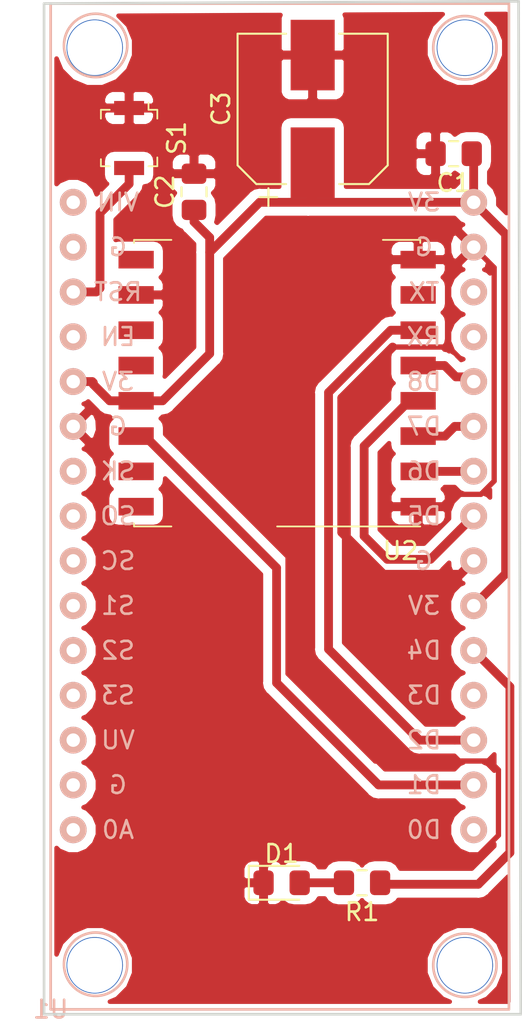
<source format=kicad_pcb>
(kicad_pcb (version 20171130) (host pcbnew "(5.0.0)")

  (general
    (thickness 1.6)
    (drawings 4)
    (tracks 88)
    (zones 0)
    (modules 8)
    (nets 33)
  )

  (page A4)
  (layers
    (0 F.Cu signal)
    (31 B.Cu signal)
    (32 B.Adhes user)
    (33 F.Adhes user)
    (34 B.Paste user)
    (35 F.Paste user)
    (36 B.SilkS user)
    (37 F.SilkS user)
    (38 B.Mask user)
    (39 F.Mask user)
    (40 Dwgs.User user)
    (41 Cmts.User user)
    (42 Eco1.User user)
    (43 Eco2.User user)
    (44 Edge.Cuts user)
    (45 Margin user)
    (46 B.CrtYd user)
    (47 F.CrtYd user)
    (48 B.Fab user)
    (49 F.Fab user)
  )

  (setup
    (last_trace_width 0.5)
    (trace_clearance 0.25)
    (zone_clearance 0.508)
    (zone_45_only no)
    (trace_min 0.2)
    (segment_width 0.2)
    (edge_width 0.15)
    (via_size 2)
    (via_drill 0.8)
    (via_min_size 0.4)
    (via_min_drill 0.3)
    (uvia_size 0.3)
    (uvia_drill 0.1)
    (uvias_allowed no)
    (uvia_min_size 0.2)
    (uvia_min_drill 0.1)
    (pcb_text_width 0.3)
    (pcb_text_size 1.5 1.5)
    (mod_edge_width 0.15)
    (mod_text_size 1 1)
    (mod_text_width 0.15)
    (pad_size 1.524 1.524)
    (pad_drill 0.762)
    (pad_to_mask_clearance 0.2)
    (aux_axis_origin 116.459 106.68)
    (visible_elements FFFFE77F)
    (pcbplotparams
      (layerselection 0x01000_7fffffff)
      (usegerberextensions false)
      (usegerberattributes false)
      (usegerberadvancedattributes false)
      (creategerberjobfile false)
      (excludeedgelayer true)
      (linewidth 0.100000)
      (plotframeref false)
      (viasonmask false)
      (mode 1)
      (useauxorigin true)
      (hpglpennumber 1)
      (hpglpenspeed 20)
      (hpglpendiameter 15.000000)
      (psnegative false)
      (psa4output false)
      (plotreference true)
      (plotvalue true)
      (plotinvisibletext false)
      (padsonsilk false)
      (subtractmaskfromsilk false)
      (outputformat 1)
      (mirror false)
      (drillshape 0)
      (scaleselection 1)
      (outputdirectory ""))
  )

  (net 0 "")
  (net 1 GND)
  (net 2 "Net-(S1-Pad2)")
  (net 3 "Net-(R1-Pad1)")
  (net 4 "Net-(D1-Pad2)")
  (net 5 MISO)
  (net 6 MOSI)
  (net 7 SCK)
  (net 8 CS)
  (net 9 RESET)
  (net 10 "Net-(U2-Pad7)")
  (net 11 "Net-(U2-Pad9)")
  (net 12 "Net-(U2-Pad11)")
  (net 13 "Net-(U2-Pad12)")
  (net 14 VCC)
  (net 15 INT)
  (net 16 "Net-(U2-Pad15)")
  (net 17 "Net-(U2-Pad16)")
  (net 18 "Net-(U1-Pad1)")
  (net 19 "Net-(U1-Pad2)")
  (net 20 "Net-(U1-Pad3)")
  (net 21 "Net-(U1-Pad4)")
  (net 22 "Net-(U1-Pad5)")
  (net 23 "Net-(U1-Pad6)")
  (net 24 "Net-(U1-Pad7)")
  (net 25 "Net-(U1-Pad8)")
  (net 26 "Net-(U1-Pad9)")
  (net 27 "Net-(U1-Pad12)")
  (net 28 "Net-(U1-Pad15)")
  (net 29 "Net-(U1-Pad18)")
  (net 30 "Net-(U1-Pad19)")
  (net 31 "Net-(U1-Pad27)")
  (net 32 "Net-(U1-Pad30)")

  (net_class Default "This is the default net class."
    (clearance 0.25)
    (trace_width 0.5)
    (via_dia 2)
    (via_drill 0.8)
    (uvia_dia 0.3)
    (uvia_drill 0.1)
    (add_net CS)
    (add_net GND)
    (add_net INT)
    (add_net MISO)
    (add_net MOSI)
    (add_net "Net-(D1-Pad2)")
    (add_net "Net-(R1-Pad1)")
    (add_net "Net-(S1-Pad2)")
    (add_net "Net-(U1-Pad1)")
    (add_net "Net-(U1-Pad12)")
    (add_net "Net-(U1-Pad15)")
    (add_net "Net-(U1-Pad18)")
    (add_net "Net-(U1-Pad19)")
    (add_net "Net-(U1-Pad2)")
    (add_net "Net-(U1-Pad27)")
    (add_net "Net-(U1-Pad3)")
    (add_net "Net-(U1-Pad30)")
    (add_net "Net-(U1-Pad4)")
    (add_net "Net-(U1-Pad5)")
    (add_net "Net-(U1-Pad6)")
    (add_net "Net-(U1-Pad7)")
    (add_net "Net-(U1-Pad8)")
    (add_net "Net-(U1-Pad9)")
    (add_net "Net-(U2-Pad11)")
    (add_net "Net-(U2-Pad12)")
    (add_net "Net-(U2-Pad15)")
    (add_net "Net-(U2-Pad16)")
    (add_net "Net-(U2-Pad7)")
    (add_net "Net-(U2-Pad9)")
    (add_net RESET)
    (add_net SCK)
    (add_net VCC)
  )

  (module ESP8266:NodeMCU-LoLinV3 (layer B.Cu) (tedit 5B675141) (tstamp 5B73C79A)
    (at 116.83492 106.40568)
    (path /5B67006C)
    (fp_text reference U1 (at 0 0) (layer B.SilkS)
      (effects (font (size 1 1) (thickness 0.15)) (justify mirror))
    )
    (fp_text value "NodeMCU_1.0_(ESP-12E)" (at -2.02692 -19.02968 90) (layer B.Fab)
      (effects (font (size 1 1) (thickness 0.15)) (justify mirror))
    )
    (fp_line (start 26 -57) (end 26 0) (layer B.SilkS) (width 0.15))
    (fp_line (start 0 -57) (end 26 -57) (layer B.SilkS) (width 0.15))
    (fp_line (start 0 0) (end 0 -57) (layer B.SilkS) (width 0.15))
    (fp_line (start 0.5 0) (end 0 0) (layer B.SilkS) (width 0.15))
    (fp_line (start 26 0) (end 0.5 0) (layer B.SilkS) (width 0.15))
    (fp_circle (center 23.5 -2.5) (end 24.77 -1.23) (layer B.SilkS) (width 0.15))
    (fp_circle (center 2.55 -2.56) (end 3.82 -1.29) (layer B.SilkS) (width 0.15))
    (fp_circle (center 2.55 -54.63) (end 3.82 -53.36) (layer B.SilkS) (width 0.15))
    (fp_circle (center 23.5 -54.5) (end 24.77 -53.23) (layer B.SilkS) (width 0.15))
    (fp_text user D0 (at 21.18 -10.18) (layer B.SilkS)
      (effects (font (size 1 1) (thickness 0.15)) (justify mirror))
    )
    (fp_text user D1 (at 21.18 -12.72) (layer B.SilkS)
      (effects (font (size 1 1) (thickness 0.15)) (justify mirror))
    )
    (fp_text user D2 (at 21.18 -15.26) (layer B.SilkS)
      (effects (font (size 1 1) (thickness 0.15)) (justify mirror))
    )
    (fp_text user D3 (at 21.18 -17.8) (layer B.SilkS)
      (effects (font (size 1 1) (thickness 0.15)) (justify mirror))
    )
    (fp_text user D4 (at 21.18 -20.34) (layer B.SilkS)
      (effects (font (size 1 1) (thickness 0.15)) (justify mirror))
    )
    (fp_text user 3V (at 21.18 -22.88) (layer B.SilkS)
      (effects (font (size 1 1) (thickness 0.15)) (justify mirror))
    )
    (fp_text user G (at 21.18 -25.42) (layer B.SilkS)
      (effects (font (size 1 1) (thickness 0.15)) (justify mirror))
    )
    (fp_text user D5 (at 21.18 -27.96) (layer B.SilkS)
      (effects (font (size 1 1) (thickness 0.15)) (justify mirror))
    )
    (fp_text user D6 (at 21.18 -30.5) (layer B.SilkS)
      (effects (font (size 1 1) (thickness 0.15)) (justify mirror))
    )
    (fp_text user D7 (at 21.18 -33.04) (layer B.SilkS)
      (effects (font (size 1 1) (thickness 0.15)) (justify mirror))
    )
    (fp_text user D8 (at 21.18 -35.58) (layer B.SilkS)
      (effects (font (size 1 1) (thickness 0.15)) (justify mirror))
    )
    (fp_text user RX (at 21.18 -38.12) (layer B.SilkS)
      (effects (font (size 1 1) (thickness 0.15)) (justify mirror))
    )
    (fp_text user TX (at 21.18 -40.66) (layer B.SilkS)
      (effects (font (size 1 1) (thickness 0.15)) (justify mirror))
    )
    (fp_text user G (at 21.18 -43.2) (layer B.SilkS)
      (effects (font (size 1 1) (thickness 0.15)) (justify mirror))
    )
    (fp_text user 3V (at 21.18 -45.74) (layer B.SilkS)
      (effects (font (size 1 1) (thickness 0.15)) (justify mirror))
    )
    (fp_text user A0 (at 3.82 -10.18) (layer B.SilkS)
      (effects (font (size 1 1) (thickness 0.15)) (justify mirror))
    )
    (fp_text user G (at 3.82 -12.72) (layer B.SilkS)
      (effects (font (size 1 1) (thickness 0.15)) (justify mirror))
    )
    (fp_text user VU (at 3.82 -15.26) (layer B.SilkS)
      (effects (font (size 1 1) (thickness 0.15)) (justify mirror))
    )
    (fp_text user S3 (at 3.82 -17.8) (layer B.SilkS)
      (effects (font (size 1 1) (thickness 0.15)) (justify mirror))
    )
    (fp_text user S2 (at 3.82 -20.34) (layer B.SilkS)
      (effects (font (size 1 1) (thickness 0.15)) (justify mirror))
    )
    (fp_text user S1 (at 3.82 -22.88) (layer B.SilkS)
      (effects (font (size 1 1) (thickness 0.15)) (justify mirror))
    )
    (fp_text user SC (at 3.82 -25.42) (layer B.SilkS)
      (effects (font (size 1 1) (thickness 0.15)) (justify mirror))
    )
    (fp_text user SO (at 3.82 -27.96) (layer B.SilkS)
      (effects (font (size 1 1) (thickness 0.15)) (justify mirror))
    )
    (fp_text user SK (at 3.82 -30.5) (layer B.SilkS)
      (effects (font (size 1 1) (thickness 0.15)) (justify mirror))
    )
    (fp_text user G (at 3.82 -33.04) (layer B.SilkS)
      (effects (font (size 1 1) (thickness 0.15)) (justify mirror))
    )
    (fp_text user 3V (at 3.82 -35.58) (layer B.SilkS)
      (effects (font (size 1 1) (thickness 0.15)) (justify mirror))
    )
    (fp_text user EN (at 3.82 -38.12) (layer B.SilkS)
      (effects (font (size 1 1) (thickness 0.15)) (justify mirror))
    )
    (fp_text user RST (at 3.82 -40.66) (layer B.SilkS)
      (effects (font (size 1 1) (thickness 0.15)) (justify mirror))
    )
    (fp_text user G (at 3.82 -43.2) (layer B.SilkS)
      (effects (font (size 1 1) (thickness 0.15)) (justify mirror))
    )
    (fp_text user VIN (at 3.82 -45.74) (layer B.SilkS)
      (effects (font (size 1 1) (thickness 0.15)) (justify mirror))
    )
    (pad "" np_thru_hole circle (at 2.5 -54.5) (size 3.2 3.2) (drill 3.1) (layers *.Cu *.Mask))
    (pad "" np_thru_hole circle (at 23.5 -54.5) (size 3.2 3.2) (drill 3.1) (layers *.Cu *.Mask))
    (pad "" np_thru_hole circle (at 2.5 -2.5) (size 3.2 3.2) (drill 3.1) (layers *.Cu *.Mask))
    (pad "" np_thru_hole circle (at 23.5 -2.5) (size 3.2 3.2) (drill 3.1) (layers *.Cu *.Mask))
    (pad 30 thru_hole circle (at 24 -10.18) (size 1.524 1.524) (drill 0.762) (layers *.Cu *.Mask B.SilkS)
      (net 32 "Net-(U1-Pad30)"))
    (pad 29 thru_hole circle (at 24 -12.72) (size 1.524 1.524) (drill 0.762) (layers *.Cu *.Mask B.SilkS)
      (net 15 INT))
    (pad 28 thru_hole circle (at 24 -15.26) (size 1.524 1.524) (drill 0.762) (layers *.Cu *.Mask B.SilkS)
      (net 9 RESET))
    (pad 27 thru_hole circle (at 24 -17.8) (size 1.524 1.524) (drill 0.762) (layers *.Cu *.Mask B.SilkS)
      (net 31 "Net-(U1-Pad27)"))
    (pad 26 thru_hole circle (at 24 -20.34) (size 1.524 1.524) (drill 0.762) (layers *.Cu *.Mask B.SilkS)
      (net 3 "Net-(R1-Pad1)"))
    (pad 25 thru_hole circle (at 24 -22.88) (size 1.524 1.524) (drill 0.762) (layers *.Cu *.Mask B.SilkS)
      (net 14 VCC))
    (pad 24 thru_hole circle (at 24 -25.42) (size 1.524 1.524) (drill 0.762) (layers *.Cu *.Mask B.SilkS)
      (net 1 GND))
    (pad 23 thru_hole circle (at 24 -27.96) (size 1.524 1.524) (drill 0.762) (layers *.Cu *.Mask B.SilkS)
      (net 7 SCK))
    (pad 22 thru_hole circle (at 24 -30.5) (size 1.524 1.524) (drill 0.762) (layers *.Cu *.Mask B.SilkS)
      (net 5 MISO))
    (pad 21 thru_hole circle (at 24 -33.04) (size 1.524 1.524) (drill 0.762) (layers *.Cu *.Mask B.SilkS)
      (net 6 MOSI))
    (pad 20 thru_hole circle (at 24 -35.58) (size 1.524 1.524) (drill 0.762) (layers *.Cu *.Mask B.SilkS)
      (net 8 CS))
    (pad 19 thru_hole circle (at 24 -38.12) (size 1.524 1.524) (drill 0.762) (layers *.Cu *.Mask B.SilkS)
      (net 30 "Net-(U1-Pad19)"))
    (pad 18 thru_hole circle (at 24 -40.66) (size 1.524 1.524) (drill 0.762) (layers *.Cu *.Mask B.SilkS)
      (net 29 "Net-(U1-Pad18)"))
    (pad 17 thru_hole circle (at 24 -43.2) (size 1.524 1.524) (drill 0.762) (layers *.Cu *.Mask B.SilkS)
      (net 1 GND))
    (pad 16 thru_hole circle (at 24 -45.74) (size 1.524 1.524) (drill 0.762) (layers *.Cu *.Mask B.SilkS)
      (net 14 VCC))
    (pad 15 thru_hole circle (at 1.28 -45.74) (size 1.524 1.524) (drill 0.762) (layers *.Cu *.Mask B.SilkS)
      (net 28 "Net-(U1-Pad15)"))
    (pad 14 thru_hole circle (at 1.28 -43.2) (size 1.524 1.524) (drill 0.762) (layers *.Cu *.Mask B.SilkS)
      (net 1 GND))
    (pad 13 thru_hole circle (at 1.28 -40.66) (size 1.524 1.524) (drill 0.762) (layers *.Cu *.Mask B.SilkS)
      (net 2 "Net-(S1-Pad2)"))
    (pad 12 thru_hole circle (at 1.28 -38.12) (size 1.524 1.524) (drill 0.762) (layers *.Cu *.Mask B.SilkS)
      (net 27 "Net-(U1-Pad12)"))
    (pad 11 thru_hole circle (at 1.28 -35.58) (size 1.524 1.524) (drill 0.762) (layers *.Cu *.Mask B.SilkS)
      (net 14 VCC))
    (pad 10 thru_hole circle (at 1.28 -33.04) (size 1.524 1.524) (drill 0.762) (layers *.Cu *.Mask B.SilkS)
      (net 1 GND))
    (pad 9 thru_hole circle (at 1.28 -30.5) (size 1.524 1.524) (drill 0.762) (layers *.Cu *.Mask B.SilkS)
      (net 26 "Net-(U1-Pad9)"))
    (pad 8 thru_hole circle (at 1.28 -27.96) (size 1.524 1.524) (drill 0.762) (layers *.Cu *.Mask B.SilkS)
      (net 25 "Net-(U1-Pad8)"))
    (pad 7 thru_hole circle (at 1.28 -25.42) (size 1.524 1.524) (drill 0.762) (layers *.Cu *.Mask B.SilkS)
      (net 24 "Net-(U1-Pad7)"))
    (pad 6 thru_hole circle (at 1.28 -22.88) (size 1.524 1.524) (drill 0.762) (layers *.Cu *.Mask B.SilkS)
      (net 23 "Net-(U1-Pad6)"))
    (pad 5 thru_hole circle (at 1.28 -20.34) (size 1.524 1.524) (drill 0.762) (layers *.Cu *.Mask B.SilkS)
      (net 22 "Net-(U1-Pad5)"))
    (pad 4 thru_hole circle (at 1.28 -17.8) (size 1.524 1.524) (drill 0.762) (layers *.Cu *.Mask B.SilkS)
      (net 21 "Net-(U1-Pad4)"))
    (pad 3 thru_hole circle (at 1.28 -15.26) (size 1.524 1.524) (drill 0.762) (layers *.Cu *.Mask B.SilkS)
      (net 20 "Net-(U1-Pad3)"))
    (pad 2 thru_hole circle (at 1.28 -12.72) (size 1.524 1.524) (drill 0.762) (layers *.Cu *.Mask B.SilkS)
      (net 19 "Net-(U1-Pad2)"))
    (pad 1 thru_hole circle (at 1.28 -10.18) (size 1.524 1.524) (drill 0.762) (layers *.Cu *.Mask B.SilkS)
      (net 18 "Net-(U1-Pad1)"))
  )

  (module Capacitor_SMD:CP_Elec_8x6.7 (layer F.Cu) (tedit 5B3026A2) (tstamp 5B73A903)
    (at 131.699 55.372 90)
    (descr "SMT capacitor, aluminium electrolytic, 8x6.7, United Chemi-Con ")
    (tags "Capacitor Electrolytic")
    (path /5B67011D)
    (attr smd)
    (fp_text reference C3 (at 0 -5.2 90) (layer F.SilkS)
      (effects (font (size 1 1) (thickness 0.15)))
    )
    (fp_text value CP (at 0 5.2 90) (layer F.Fab)
      (effects (font (size 1 1) (thickness 0.15)))
    )
    (fp_circle (center 0 0) (end 4 0) (layer F.Fab) (width 0.1))
    (fp_line (start 4.15 -4.15) (end 4.15 4.15) (layer F.Fab) (width 0.1))
    (fp_line (start -3.15 -4.15) (end 4.15 -4.15) (layer F.Fab) (width 0.1))
    (fp_line (start -3.15 4.15) (end 4.15 4.15) (layer F.Fab) (width 0.1))
    (fp_line (start -4.15 -3.15) (end -4.15 3.15) (layer F.Fab) (width 0.1))
    (fp_line (start -4.15 -3.15) (end -3.15 -4.15) (layer F.Fab) (width 0.1))
    (fp_line (start -4.15 3.15) (end -3.15 4.15) (layer F.Fab) (width 0.1))
    (fp_line (start -3.562278 -1.5) (end -2.762278 -1.5) (layer F.Fab) (width 0.1))
    (fp_line (start -3.162278 -1.9) (end -3.162278 -1.1) (layer F.Fab) (width 0.1))
    (fp_line (start 4.26 4.26) (end 4.26 1.51) (layer F.SilkS) (width 0.12))
    (fp_line (start 4.26 -4.26) (end 4.26 -1.51) (layer F.SilkS) (width 0.12))
    (fp_line (start -3.195563 -4.26) (end 4.26 -4.26) (layer F.SilkS) (width 0.12))
    (fp_line (start -3.195563 4.26) (end 4.26 4.26) (layer F.SilkS) (width 0.12))
    (fp_line (start -4.26 3.195563) (end -4.26 1.51) (layer F.SilkS) (width 0.12))
    (fp_line (start -4.26 -3.195563) (end -4.26 -1.51) (layer F.SilkS) (width 0.12))
    (fp_line (start -4.26 -3.195563) (end -3.195563 -4.26) (layer F.SilkS) (width 0.12))
    (fp_line (start -4.26 3.195563) (end -3.195563 4.26) (layer F.SilkS) (width 0.12))
    (fp_line (start -5.5 -2.51) (end -4.5 -2.51) (layer F.SilkS) (width 0.12))
    (fp_line (start -5 -3.01) (end -5 -2.01) (layer F.SilkS) (width 0.12))
    (fp_line (start 4.4 -4.4) (end 4.4 -1.5) (layer F.CrtYd) (width 0.05))
    (fp_line (start 4.4 -1.5) (end 5.3 -1.5) (layer F.CrtYd) (width 0.05))
    (fp_line (start 5.3 -1.5) (end 5.3 1.5) (layer F.CrtYd) (width 0.05))
    (fp_line (start 5.3 1.5) (end 4.4 1.5) (layer F.CrtYd) (width 0.05))
    (fp_line (start 4.4 1.5) (end 4.4 4.4) (layer F.CrtYd) (width 0.05))
    (fp_line (start -3.25 4.4) (end 4.4 4.4) (layer F.CrtYd) (width 0.05))
    (fp_line (start -3.25 -4.4) (end 4.4 -4.4) (layer F.CrtYd) (width 0.05))
    (fp_line (start -4.4 3.25) (end -3.25 4.4) (layer F.CrtYd) (width 0.05))
    (fp_line (start -4.4 -3.25) (end -3.25 -4.4) (layer F.CrtYd) (width 0.05))
    (fp_line (start -4.4 -3.25) (end -4.4 -1.5) (layer F.CrtYd) (width 0.05))
    (fp_line (start -4.4 1.5) (end -4.4 3.25) (layer F.CrtYd) (width 0.05))
    (fp_line (start -4.4 -1.5) (end -5.3 -1.5) (layer F.CrtYd) (width 0.05))
    (fp_line (start -5.3 -1.5) (end -5.3 1.5) (layer F.CrtYd) (width 0.05))
    (fp_line (start -5.3 1.5) (end -4.4 1.5) (layer F.CrtYd) (width 0.05))
    (fp_text user %R (at 0.127 0.30988 270) (layer F.Fab)
      (effects (font (size 1 1) (thickness 0.15)))
    )
    (pad 1 smd rect (at -3.05 0 90) (size 4 2.5) (layers F.Cu F.Paste F.Mask)
      (net 14 VCC))
    (pad 2 smd rect (at 3.05 0 90) (size 4 2.5) (layers F.Cu F.Paste F.Mask)
      (net 1 GND))
    (model ${KISYS3DMOD}/Capacitor_SMD.3dshapes/CP_Elec_8x6.7.wrl
      (at (xyz 0 0 0))
      (scale (xyz 1 1 1))
      (rotate (xyz 0 0 0))
    )
  )

  (module Capacitor_SMD:C_0805_2012Metric_Pad1.15x1.40mm_HandSolder (layer F.Cu) (tedit 5B36C52B) (tstamp 5B73A8DB)
    (at 124.968 60.071 90)
    (descr "Capacitor SMD 0805 (2012 Metric), square (rectangular) end terminal, IPC_7351 nominal with elongated pad for handsoldering. (Body size source: https://docs.google.com/spreadsheets/d/1BsfQQcO9C6DZCsRaXUlFlo91Tg2WpOkGARC1WS5S8t0/edit?usp=sharing), generated with kicad-footprint-generator")
    (tags "capacitor handsolder")
    (path /5B6705C1)
    (attr smd)
    (fp_text reference C2 (at 0 -1.65 90) (layer F.SilkS)
      (effects (font (size 1 1) (thickness 0.15)))
    )
    (fp_text value C (at 0 1.65 90) (layer F.Fab)
      (effects (font (size 1 1) (thickness 0.15)))
    )
    (fp_text user %R (at -3.801 0 90) (layer F.Fab)
      (effects (font (size 0.5 0.5) (thickness 0.08)))
    )
    (fp_line (start 1.85 0.95) (end -1.85 0.95) (layer F.CrtYd) (width 0.05))
    (fp_line (start 1.85 -0.95) (end 1.85 0.95) (layer F.CrtYd) (width 0.05))
    (fp_line (start -1.85 -0.95) (end 1.85 -0.95) (layer F.CrtYd) (width 0.05))
    (fp_line (start -1.85 0.95) (end -1.85 -0.95) (layer F.CrtYd) (width 0.05))
    (fp_line (start -0.261252 0.71) (end 0.261252 0.71) (layer F.SilkS) (width 0.12))
    (fp_line (start -0.261252 -0.71) (end 0.261252 -0.71) (layer F.SilkS) (width 0.12))
    (fp_line (start 1 0.6) (end -1 0.6) (layer F.Fab) (width 0.1))
    (fp_line (start 1 -0.6) (end 1 0.6) (layer F.Fab) (width 0.1))
    (fp_line (start -1 -0.6) (end 1 -0.6) (layer F.Fab) (width 0.1))
    (fp_line (start -1 0.6) (end -1 -0.6) (layer F.Fab) (width 0.1))
    (pad 2 smd roundrect (at 1.025 0 90) (size 1.15 1.4) (layers F.Cu F.Paste F.Mask) (roundrect_rratio 0.217391)
      (net 1 GND))
    (pad 1 smd roundrect (at -1.025 0 90) (size 1.15 1.4) (layers F.Cu F.Paste F.Mask) (roundrect_rratio 0.217391)
      (net 14 VCC))
    (model ${KISYS3DMOD}/Capacitor_SMD.3dshapes/C_0805_2012Metric.wrl
      (at (xyz 0 0 0))
      (scale (xyz 1 1 1))
      (rotate (xyz 0 0 0))
    )
  )

  (module Capacitor_SMD:C_0805_2012Metric_Pad1.15x1.40mm_HandSolder (layer F.Cu) (tedit 5B36C52B) (tstamp 5B73A8CA)
    (at 139.7 57.912 180)
    (descr "Capacitor SMD 0805 (2012 Metric), square (rectangular) end terminal, IPC_7351 nominal with elongated pad for handsoldering. (Body size source: https://docs.google.com/spreadsheets/d/1BsfQQcO9C6DZCsRaXUlFlo91Tg2WpOkGARC1WS5S8t0/edit?usp=sharing), generated with kicad-footprint-generator")
    (tags "capacitor handsolder")
    (path /5B670164)
    (attr smd)
    (fp_text reference C1 (at 0 -1.65 180) (layer F.SilkS)
      (effects (font (size 1 1) (thickness 0.15)))
    )
    (fp_text value C (at 0 1.65 180) (layer F.Fab)
      (effects (font (size 1 1) (thickness 0.15)))
    )
    (fp_line (start -1 0.6) (end -1 -0.6) (layer F.Fab) (width 0.1))
    (fp_line (start -1 -0.6) (end 1 -0.6) (layer F.Fab) (width 0.1))
    (fp_line (start 1 -0.6) (end 1 0.6) (layer F.Fab) (width 0.1))
    (fp_line (start 1 0.6) (end -1 0.6) (layer F.Fab) (width 0.1))
    (fp_line (start -0.261252 -0.71) (end 0.261252 -0.71) (layer F.SilkS) (width 0.12))
    (fp_line (start -0.261252 0.71) (end 0.261252 0.71) (layer F.SilkS) (width 0.12))
    (fp_line (start -1.85 0.95) (end -1.85 -0.95) (layer F.CrtYd) (width 0.05))
    (fp_line (start -1.85 -0.95) (end 1.85 -0.95) (layer F.CrtYd) (width 0.05))
    (fp_line (start 1.85 -0.95) (end 1.85 0.95) (layer F.CrtYd) (width 0.05))
    (fp_line (start 1.85 0.95) (end -1.85 0.95) (layer F.CrtYd) (width 0.05))
    (fp_text user %R (at 0.76708 0.32512 180) (layer F.Fab)
      (effects (font (size 0.5 0.5) (thickness 0.08)))
    )
    (pad 1 smd roundrect (at -1.025 0 180) (size 1.15 1.4) (layers F.Cu F.Paste F.Mask) (roundrect_rratio 0.217391)
      (net 14 VCC))
    (pad 2 smd roundrect (at 1.025 0 180) (size 1.15 1.4) (layers F.Cu F.Paste F.Mask) (roundrect_rratio 0.217391)
      (net 1 GND))
    (model ${KISYS3DMOD}/Capacitor_SMD.3dshapes/C_0805_2012Metric.wrl
      (at (xyz 0 0 0))
      (scale (xyz 1 1 1))
      (rotate (xyz 0 0 0))
    )
  )

  (module LED_SMD:LED_0805_2012Metric_Pad1.15x1.40mm_HandSolder (layer F.Cu) (tedit 5B4B45C9) (tstamp 5B73A863)
    (at 129.937539 99.231756)
    (descr "LED SMD 0805 (2012 Metric), square (rectangular) end terminal, IPC_7351 nominal, (Body size source: https://docs.google.com/spreadsheets/d/1BsfQQcO9C6DZCsRaXUlFlo91Tg2WpOkGARC1WS5S8t0/edit?usp=sharing), generated with kicad-footprint-generator")
    (tags "LED handsolder")
    (path /5B6701BA)
    (attr smd)
    (fp_text reference D1 (at 0 -1.65) (layer F.SilkS)
      (effects (font (size 1 1) (thickness 0.15)))
    )
    (fp_text value LED (at 0 1.65) (layer F.Fab)
      (effects (font (size 1 1) (thickness 0.15)))
    )
    (fp_line (start 1 -0.6) (end -0.7 -0.6) (layer F.Fab) (width 0.1))
    (fp_line (start -0.7 -0.6) (end -1 -0.3) (layer F.Fab) (width 0.1))
    (fp_line (start -1 -0.3) (end -1 0.6) (layer F.Fab) (width 0.1))
    (fp_line (start -1 0.6) (end 1 0.6) (layer F.Fab) (width 0.1))
    (fp_line (start 1 0.6) (end 1 -0.6) (layer F.Fab) (width 0.1))
    (fp_line (start 1 -0.96) (end -1.86 -0.96) (layer F.SilkS) (width 0.12))
    (fp_line (start -1.86 -0.96) (end -1.86 0.96) (layer F.SilkS) (width 0.12))
    (fp_line (start -1.86 0.96) (end 1 0.96) (layer F.SilkS) (width 0.12))
    (fp_line (start -1.85 0.95) (end -1.85 -0.95) (layer F.CrtYd) (width 0.05))
    (fp_line (start -1.85 -0.95) (end 1.85 -0.95) (layer F.CrtYd) (width 0.05))
    (fp_line (start 1.85 -0.95) (end 1.85 0.95) (layer F.CrtYd) (width 0.05))
    (fp_line (start 1.85 0.95) (end -1.85 0.95) (layer F.CrtYd) (width 0.05))
    (fp_text user %R (at -0.700001 -1.782001) (layer F.Fab)
      (effects (font (size 0.5 0.5) (thickness 0.08)))
    )
    (pad 1 smd roundrect (at -1.025 0) (size 1.15 1.4) (layers F.Cu F.Paste F.Mask) (roundrect_rratio 0.217391)
      (net 1 GND))
    (pad 2 smd roundrect (at 1.025 0) (size 1.15 1.4) (layers F.Cu F.Paste F.Mask) (roundrect_rratio 0.217391)
      (net 4 "Net-(D1-Pad2)"))
    (model ${KISYS3DMOD}/LED_SMD.3dshapes/LED_0805_2012Metric.wrl
      (at (xyz 0 0 0))
      (scale (xyz 1 1 1))
      (rotate (xyz 0 0 0))
    )
  )

  (module RF_Module:HOPERF_RFM9XW_SMD (layer F.Cu) (tedit 5A030172) (tstamp 5B73A850)
    (at 129.68324 70.91604 180)
    (descr " Low Power Long Range Transceiver Module SMD-16 http://www.hoperf.com/upload/rf/RFM95_96_97_98W.pdf")
    (tags " Low Power Long Range Transceiver Module")
    (path /5B6702FD)
    (attr smd)
    (fp_text reference U2 (at -7 -9.5 180) (layer F.SilkS)
      (effects (font (size 1 1) (thickness 0.15)))
    )
    (fp_text value RFM95W-868S2 (at 0 9.5 180) (layer F.Fab)
      (effects (font (size 1 1) (thickness 0.15)))
    )
    (fp_line (start -8 -8) (end 8 -8) (layer F.Fab) (width 0.12))
    (fp_line (start 8 8) (end 8 -8) (layer F.Fab) (width 0.12))
    (fp_line (start -8 8) (end 8 8) (layer F.Fab) (width 0.12))
    (fp_line (start -8 8) (end -8 -8) (layer F.Fab) (width 0.12))
    (fp_text user %R (at 0 0 180) (layer F.Fab)
      (effects (font (size 1 1) (thickness 0.15)))
    )
    (fp_line (start -8.12 -8.12) (end 0 -8.12) (layer F.SilkS) (width 0.1))
    (fp_line (start 6 8.12) (end 8.12 8.12) (layer F.SilkS) (width 0.1))
    (fp_line (start -9.45 -8.25) (end 9.45 -8.25) (layer F.CrtYd) (width 0.05))
    (fp_line (start 9.45 -8.25) (end 9.45 8.25) (layer F.CrtYd) (width 0.05))
    (fp_line (start -9.45 8.25) (end 9.45 8.25) (layer F.CrtYd) (width 0.05))
    (fp_line (start -9.45 8.25) (end -9.45 -8.25) (layer F.CrtYd) (width 0.05))
    (fp_line (start 8.12 8.12) (end 8.12 7.95) (layer F.SilkS) (width 0.1))
    (fp_line (start -8.12 8.12) (end -6 8.12) (layer F.SilkS) (width 0.1))
    (fp_line (start -8.12 8.12) (end -8.12 7.95) (layer F.SilkS) (width 0.1))
    (fp_line (start 6 -8.12) (end 8.12 -8.12) (layer F.SilkS) (width 0.1))
    (fp_line (start 8.12 -8.12) (end 8.12 -7.95) (layer F.SilkS) (width 0.1))
    (pad 1 smd rect (at -8 -7 180) (size 2 1) (layers F.Cu F.Paste F.Mask)
      (net 1 GND))
    (pad 2 smd rect (at -8 -5 180) (size 2 1) (layers F.Cu F.Paste F.Mask)
      (net 5 MISO))
    (pad 3 smd rect (at -8 -3 180) (size 2 1) (layers F.Cu F.Paste F.Mask)
      (net 6 MOSI))
    (pad 4 smd rect (at -8 -1 180) (size 2 1) (layers F.Cu F.Paste F.Mask)
      (net 7 SCK))
    (pad 5 smd rect (at -8 1 180) (size 2 1) (layers F.Cu F.Paste F.Mask)
      (net 8 CS))
    (pad 6 smd rect (at -8 3 180) (size 2 1) (layers F.Cu F.Paste F.Mask)
      (net 9 RESET))
    (pad 7 smd rect (at -8 5 180) (size 2 1) (layers F.Cu F.Paste F.Mask)
      (net 10 "Net-(U2-Pad7)"))
    (pad 8 smd rect (at -8 7 180) (size 2 1) (layers F.Cu F.Paste F.Mask)
      (net 1 GND))
    (pad 9 smd rect (at 8 7 180) (size 2 1) (layers F.Cu F.Paste F.Mask)
      (net 11 "Net-(U2-Pad9)"))
    (pad 10 smd rect (at 8 5 180) (size 2 1) (layers F.Cu F.Paste F.Mask)
      (net 1 GND))
    (pad 11 smd rect (at 8 3 180) (size 2 1) (layers F.Cu F.Paste F.Mask)
      (net 12 "Net-(U2-Pad11)"))
    (pad 12 smd rect (at 8 1 180) (size 2 1) (layers F.Cu F.Paste F.Mask)
      (net 13 "Net-(U2-Pad12)"))
    (pad 13 smd rect (at 8 -1 180) (size 2 1) (layers F.Cu F.Paste F.Mask)
      (net 14 VCC))
    (pad 14 smd rect (at 8 -3 180) (size 2 1) (layers F.Cu F.Paste F.Mask)
      (net 15 INT))
    (pad 15 smd rect (at 8 -5 180) (size 2 1) (layers F.Cu F.Paste F.Mask)
      (net 16 "Net-(U2-Pad15)"))
    (pad 16 smd rect (at 8 -7 180) (size 2 1) (layers F.Cu F.Paste F.Mask)
      (net 17 "Net-(U2-Pad16)"))
    (model ${KISYS3DMOD}/RF_Module.3dshapes/HOPERF_RFM9XW_SMD.wrl
      (at (xyz 0 0 0))
      (scale (xyz 1 1 1))
      (rotate (xyz 0 0 0))
    )
  )

  (module Resistor_SMD:R_0805_2012Metric_Pad1.15x1.40mm_HandSolder (layer F.Cu) (tedit 5B36C52B) (tstamp 5B73A82C)
    (at 134.500539 99.231756 180)
    (descr "Resistor SMD 0805 (2012 Metric), square (rectangular) end terminal, IPC_7351 nominal with elongated pad for handsoldering. (Body size source: https://docs.google.com/spreadsheets/d/1BsfQQcO9C6DZCsRaXUlFlo91Tg2WpOkGARC1WS5S8t0/edit?usp=sharing), generated with kicad-footprint-generator")
    (tags "resistor handsolder")
    (path /5B670223)
    (attr smd)
    (fp_text reference R1 (at 0 -1.65 180) (layer F.SilkS)
      (effects (font (size 1 1) (thickness 0.15)))
    )
    (fp_text value 1K (at 0 1.65 180) (layer F.Fab)
      (effects (font (size 1 1) (thickness 0.15)))
    )
    (fp_line (start -1 0.6) (end -1 -0.6) (layer F.Fab) (width 0.1))
    (fp_line (start -1 -0.6) (end 1 -0.6) (layer F.Fab) (width 0.1))
    (fp_line (start 1 -0.6) (end 1 0.6) (layer F.Fab) (width 0.1))
    (fp_line (start 1 0.6) (end -1 0.6) (layer F.Fab) (width 0.1))
    (fp_line (start -0.261252 -0.71) (end 0.261252 -0.71) (layer F.SilkS) (width 0.12))
    (fp_line (start -0.261252 0.71) (end 0.261252 0.71) (layer F.SilkS) (width 0.12))
    (fp_line (start -1.85 0.95) (end -1.85 -0.95) (layer F.CrtYd) (width 0.05))
    (fp_line (start -1.85 -0.95) (end 1.85 -0.95) (layer F.CrtYd) (width 0.05))
    (fp_line (start 1.85 -0.95) (end 1.85 0.95) (layer F.CrtYd) (width 0.05))
    (fp_line (start 1.85 0.95) (end -1.85 0.95) (layer F.CrtYd) (width 0.05))
    (fp_text user %R (at 0 0 180) (layer F.Fab)
      (effects (font (size 0.5 0.5) (thickness 0.08)))
    )
    (pad 1 smd roundrect (at -1.025 0 180) (size 1.15 1.4) (layers F.Cu F.Paste F.Mask) (roundrect_rratio 0.217391)
      (net 3 "Net-(R1-Pad1)"))
    (pad 2 smd roundrect (at 1.025 0 180) (size 1.15 1.4) (layers F.Cu F.Paste F.Mask) (roundrect_rratio 0.217391)
      (net 4 "Net-(D1-Pad2)"))
    (model ${KISYS3DMOD}/Resistor_SMD.3dshapes/R_0805_2012Metric.wrl
      (at (xyz 0 0 0))
      (scale (xyz 1 1 1))
      (rotate (xyz 0 0 0))
    )
  )

  (module digikey-footprints:Switch_Tactile_SMD_B3U-1000P (layer F.Cu) (tedit 59AEBE33) (tstamp 5B73A81B)
    (at 121.285 57.023 270)
    (path /5B670FFF)
    (fp_text reference S1 (at 0 -2.7 270) (layer F.SilkS)
      (effects (font (size 1 1) (thickness 0.15)))
    )
    (fp_text value GPTS203211B (at 0 2.63 270) (layer F.Fab)
      (effects (font (size 1 1) (thickness 0.15)))
    )
    (fp_line (start -2.35 -1.75) (end 2.35 -1.75) (layer F.CrtYd) (width 0.05))
    (fp_line (start 2.35 1.75) (end 2.35 -1.75) (layer F.CrtYd) (width 0.05))
    (fp_line (start -2.35 1.75) (end 2.35 1.75) (layer F.CrtYd) (width 0.05))
    (fp_line (start -2.35 1.75) (end -2.35 -1.75) (layer F.CrtYd) (width 0.05))
    (fp_line (start -1.6 1.6) (end -1.6 1.1) (layer F.SilkS) (width 0.1))
    (fp_line (start -1.6 1.6) (end -1.1 1.6) (layer F.SilkS) (width 0.1))
    (fp_line (start 1.6 1.6) (end 1.2 1.6) (layer F.SilkS) (width 0.1))
    (fp_line (start 1.6 1.6) (end 1.6 1.1) (layer F.SilkS) (width 0.1))
    (fp_line (start 1.6 -1.6) (end 1.6 -1.1) (layer F.SilkS) (width 0.1))
    (fp_line (start 1.6 -1.6) (end 1.1 -1.6) (layer F.SilkS) (width 0.1))
    (fp_line (start -1.6 -1.6) (end -1.6 -1.1) (layer F.SilkS) (width 0.1))
    (fp_line (start -1.6 -1.1) (end -2 -1.1) (layer F.SilkS) (width 0.1))
    (fp_line (start -1.6 -1.6) (end -1.1 -1.6) (layer F.SilkS) (width 0.1))
    (fp_text user %R (at -0.93472 0.30988 270) (layer F.Fab)
      (effects (font (size 0.5 0.5) (thickness 0.05)))
    )
    (fp_line (start 1.5 -1.49) (end 1.5 1.49) (layer F.Fab) (width 0.1))
    (fp_line (start -1.5 1.49) (end 1.5 1.49) (layer F.Fab) (width 0.1))
    (fp_line (start -1.5 -1.49) (end -1.5 1.49) (layer F.Fab) (width 0.1))
    (fp_line (start -1.5 -1.49) (end 1.5 -1.49) (layer F.Fab) (width 0.1))
    (pad 1 smd rect (at -1.7 0 270) (size 0.8 1.7) (layers F.Cu F.Paste F.Mask)
      (net 1 GND))
    (pad 2 smd rect (at 1.7 0 270) (size 0.8 1.7) (layers F.Cu F.Paste F.Mask)
      (net 2 "Net-(S1-Pad2)"))
  )

  (gr_line (start 116.459 106.68) (end 116.459 49.403) (layer Edge.Cuts) (width 0.15))
  (gr_line (start 143.51 106.68) (end 116.459 106.68) (layer Edge.Cuts) (width 0.15))
  (gr_line (start 143.383 49.276) (end 143.51 106.68) (layer Edge.Cuts) (width 0.15))
  (gr_line (start 116.459 49.403) (end 143.383 49.276) (layer Edge.Cuts) (width 0.15))

  (segment (start 140.072921 81.747679) (end 135.722679 81.747679) (width 0.5) (layer F.Cu) (net 1))
  (segment (start 140.83492 80.98568) (end 140.072921 81.747679) (width 0.5) (layer F.Cu) (net 1))
  (segment (start 135.722679 81.747679) (end 133.35 79.375) (width 0.5) (layer F.Cu) (net 1))
  (segment (start 133.35 79.375) (end 133.35 71.755) (width 0.5) (layer F.Cu) (net 1))
  (segment (start 133.35 71.755) (end 136.236099 68.868901) (width 0.5) (layer F.Cu) (net 1))
  (segment (start 136.236099 68.868901) (end 139.226901 68.868901) (width 0.3) (layer F.Cu) (net 1))
  (segment (start 139.226901 68.868901) (end 139.446 69.088) (width 0.3) (layer F.Cu) (net 1))
  (segment (start 138.98324 77.91604) (end 139.68328 77.216) (width 0.3) (layer F.Cu) (net 1))
  (segment (start 137.68324 77.91604) (end 138.98324 77.91604) (width 0.3) (layer F.Cu) (net 1))
  (segment (start 141.596919 63.967679) (end 140.83492 63.20568) (width 0.3) (layer F.Cu) (net 1))
  (segment (start 141.996921 76.463441) (end 141.996921 64.367681) (width 0.3) (layer F.Cu) (net 1))
  (segment (start 141.244362 77.216) (end 141.996921 76.463441) (width 0.3) (layer F.Cu) (net 1))
  (segment (start 141.996921 64.367681) (end 141.596919 63.967679) (width 0.3) (layer F.Cu) (net 1))
  (segment (start 139.68328 77.216) (end 141.244362 77.216) (width 0.3) (layer F.Cu) (net 1))
  (segment (start 128.912539 98.431756) (end 128.905 98.424217) (width 0.3) (layer F.Cu) (net 1))
  (segment (start 128.912539 99.231756) (end 128.912539 98.431756) (width 0.3) (layer F.Cu) (net 1))
  (segment (start 128.905 98.424217) (end 130.301217 97.028) (width 0.3) (layer F.Cu) (net 1))
  (segment (start 130.301217 97.028) (end 138.684 97.028) (width 0.3) (layer F.Cu) (net 1))
  (segment (start 138.684 97.028) (end 139.573 97.917) (width 0.3) (layer F.Cu) (net 1))
  (segment (start 140.863362 97.917) (end 142.24 96.540362) (width 0.3) (layer F.Cu) (net 1))
  (segment (start 139.573 97.917) (end 140.863362 97.917) (width 0.3) (layer F.Cu) (net 1))
  (segment (start 142.24 96.540362) (end 142.24 92.837) (width 0.3) (layer F.Cu) (net 1))
  (segment (start 142.24 92.837) (end 141.732 92.329) (width 0.3) (layer F.Cu) (net 1))
  (segment (start 141.732 92.329) (end 139.192 92.329) (width 0.3) (layer F.Cu) (net 1))
  (segment (start 139.192 92.329) (end 135.255 92.329) (width 0.3) (layer F.Cu) (net 1))
  (segment (start 135.255 92.329) (end 130.302 87.376) (width 0.3) (layer F.Cu) (net 1))
  (segment (start 130.302 87.376) (end 130.302 79.375) (width 0.3) (layer F.Cu) (net 1))
  (segment (start 130.302 79.375) (end 129.921 78.994) (width 0.3) (layer F.Cu) (net 1))
  (segment (start 119.42032 65.74568) (end 118.11492 65.74568) (width 0.5) (layer F.Cu) (net 2))
  (segment (start 119.634 65.532) (end 119.42032 65.74568) (width 0.5) (layer F.Cu) (net 2))
  (segment (start 119.634 61.274) (end 119.634 65.532) (width 0.5) (layer F.Cu) (net 2))
  (segment (start 121.285 59.623) (end 119.634 61.274) (width 0.5) (layer F.Cu) (net 2))
  (segment (start 121.285 58.723) (end 121.285 59.623) (width 0.5) (layer F.Cu) (net 2))
  (segment (start 140.83492 86.06568) (end 142.890011 88.120771) (width 0.5) (layer F.Cu) (net 3))
  (segment (start 142.890011 88.120771) (end 142.890011 97.520989) (width 0.5) (layer F.Cu) (net 3))
  (segment (start 141.097 99.314) (end 135.89 99.314) (width 0.5) (layer F.Cu) (net 3))
  (segment (start 142.890011 97.520989) (end 141.097 99.314) (width 0.5) (layer F.Cu) (net 3))
  (segment (start 133.475539 99.231756) (end 130.962539 99.231756) (width 0.5) (layer F.Cu) (net 4))
  (segment (start 140.82456 75.91604) (end 140.83492 75.90568) (width 0.5) (layer F.Cu) (net 5))
  (segment (start 137.68324 75.91604) (end 140.82456 75.91604) (width 0.5) (layer F.Cu) (net 5))
  (segment (start 139.20693 73.91604) (end 137.68324 73.91604) (width 0.5) (layer F.Cu) (net 6))
  (segment (start 140.83492 73.36568) (end 139.75729 73.36568) (width 0.5) (layer F.Cu) (net 6))
  (segment (start 139.75729 73.36568) (end 139.20693 73.91604) (width 0.5) (layer F.Cu) (net 6))
  (segment (start 134.62 79.584326) (end 135.934674 80.899) (width 0.5) (layer F.Cu) (net 7))
  (segment (start 140.072921 79.207679) (end 140.83492 78.44568) (width 0.5) (layer F.Cu) (net 7))
  (segment (start 138.3816 80.899) (end 140.072921 79.207679) (width 0.5) (layer F.Cu) (net 7))
  (segment (start 135.934674 80.899) (end 138.3816 80.899) (width 0.5) (layer F.Cu) (net 7))
  (segment (start 134.62 74.47928) (end 134.62 79.584326) (width 0.5) (layer F.Cu) (net 7))
  (segment (start 137.18324 71.91604) (end 134.62 74.47928) (width 0.5) (layer F.Cu) (net 7))
  (segment (start 137.68324 71.91604) (end 137.18324 71.91604) (width 0.5) (layer F.Cu) (net 7))
  (segment (start 139.18324 69.91604) (end 139.827 70.5598) (width 0.5) (layer F.Cu) (net 8))
  (segment (start 137.68324 69.91604) (end 139.18324 69.91604) (width 0.5) (layer F.Cu) (net 8))
  (segment (start 140.56904 70.5598) (end 140.83492 70.82568) (width 0.5) (layer F.Cu) (net 8))
  (segment (start 139.827 70.5598) (end 140.56904 70.5598) (width 0.5) (layer F.Cu) (net 8))
  (segment (start 137.75468 91.14568) (end 139.75729 91.14568) (width 0.5) (layer F.Cu) (net 9))
  (segment (start 139.75729 91.14568) (end 140.83492 91.14568) (width 0.5) (layer F.Cu) (net 9))
  (segment (start 132.599991 71.444334) (end 132.599991 85.990991) (width 0.5) (layer F.Cu) (net 9))
  (segment (start 136.128285 67.91604) (end 132.599991 71.444334) (width 0.5) (layer F.Cu) (net 9))
  (segment (start 137.68324 67.91604) (end 136.128285 67.91604) (width 0.5) (layer F.Cu) (net 9))
  (segment (start 132.599991 85.990991) (end 137.75468 91.14568) (width 0.5) (layer F.Cu) (net 9))
  (segment (start 120.18324 71.91604) (end 119.253 70.9858) (width 0.5) (layer F.Cu) (net 14))
  (segment (start 121.68324 71.91604) (end 120.18324 71.91604) (width 0.5) (layer F.Cu) (net 14))
  (segment (start 119.19255 70.82568) (end 118.11492 70.82568) (width 0.5) (layer F.Cu) (net 14))
  (segment (start 119.253 70.88613) (end 119.19255 70.82568) (width 0.5) (layer F.Cu) (net 14))
  (segment (start 119.253 70.9858) (end 119.253 70.88613) (width 0.5) (layer F.Cu) (net 14))
  (segment (start 123.18324 71.91604) (end 125.857 69.24228) (width 0.5) (layer F.Cu) (net 14))
  (segment (start 121.68324 71.91604) (end 123.18324 71.91604) (width 0.5) (layer F.Cu) (net 14))
  (segment (start 125.857 69.24228) (end 125.857 63.5) (width 0.5) (layer F.Cu) (net 14))
  (segment (start 125.857 63.5) (end 128.69132 60.66568) (width 0.5) (layer F.Cu) (net 14))
  (segment (start 125.857 62.66) (end 125.857 63.5) (width 0.5) (layer F.Cu) (net 14))
  (segment (start 124.968 61.771) (end 125.857 62.66) (width 0.5) (layer F.Cu) (net 14))
  (segment (start 124.968 61.096) (end 124.968 61.771) (width 0.5) (layer F.Cu) (net 14))
  (segment (start 131.699 60.41168) (end 131.445 60.66568) (width 0.5) (layer F.Cu) (net 14))
  (segment (start 131.699 58.422) (end 131.699 60.41168) (width 0.5) (layer F.Cu) (net 14))
  (segment (start 128.69132 60.66568) (end 131.445 60.66568) (width 0.5) (layer F.Cu) (net 14))
  (segment (start 131.445 60.66568) (end 140.83492 60.66568) (width 0.5) (layer F.Cu) (net 14))
  (segment (start 140.83492 58.02192) (end 140.725 57.912) (width 0.5) (layer F.Cu) (net 14))
  (segment (start 140.83492 60.66568) (end 140.83492 58.02192) (width 0.5) (layer F.Cu) (net 14))
  (segment (start 142.646932 62.477692) (end 141.596919 61.427679) (width 0.5) (layer F.Cu) (net 14))
  (segment (start 141.596919 61.427679) (end 140.83492 60.66568) (width 0.5) (layer F.Cu) (net 14))
  (segment (start 142.646932 81.713668) (end 142.646932 62.477692) (width 0.5) (layer F.Cu) (net 14))
  (segment (start 140.83492 83.52568) (end 142.646932 81.713668) (width 0.5) (layer F.Cu) (net 14))
  (segment (start 135.438426 93.68568) (end 139.75729 93.68568) (width 0.5) (layer F.Cu) (net 15))
  (segment (start 139.75729 93.68568) (end 140.83492 93.68568) (width 0.5) (layer F.Cu) (net 15))
  (segment (start 129.651989 87.899243) (end 135.438426 93.68568) (width 0.5) (layer F.Cu) (net 15))
  (segment (start 129.651989 81.384789) (end 129.651989 87.899243) (width 0.5) (layer F.Cu) (net 15))
  (segment (start 122.18324 73.91604) (end 129.651989 81.384789) (width 0.5) (layer F.Cu) (net 15))
  (segment (start 121.68324 73.91604) (end 122.18324 73.91604) (width 0.5) (layer F.Cu) (net 15))

  (zone (net 1) (net_name GND) (layer F.Cu) (tstamp 5B74A182) (hatch edge 0.508)
    (connect_pads (clearance 0.508))
    (min_thickness 0.254)
    (fill yes (arc_segments 16) (thermal_gap 0.508) (thermal_bridge_width 0.508))
    (polygon
      (pts
        (xy 116.459 49.403) (xy 143.383 49.403) (xy 143.51 106.68) (xy 116.459 106.68)
      )
    )
    (filled_polygon
      (pts
        (xy 119.495816 72.480195) (xy 119.545191 72.554089) (xy 119.619084 72.603463) (xy 119.619085 72.603464) (xy 119.83793 72.749692)
        (xy 120.096075 72.80104) (xy 120.096078 72.80104) (xy 120.183239 72.818377) (xy 120.187764 72.817477) (xy 120.225431 72.873849)
        (xy 120.288574 72.91604) (xy 120.225431 72.958231) (xy 120.085083 73.168275) (xy 120.0358 73.41604) (xy 120.0358 74.41604)
        (xy 120.085083 74.663805) (xy 120.225431 74.873849) (xy 120.288574 74.91604) (xy 120.225431 74.958231) (xy 120.085083 75.168275)
        (xy 120.0358 75.41604) (xy 120.0358 76.41604) (xy 120.085083 76.663805) (xy 120.225431 76.873849) (xy 120.288574 76.91604)
        (xy 120.225431 76.958231) (xy 120.085083 77.168275) (xy 120.0358 77.41604) (xy 120.0358 78.41604) (xy 120.085083 78.663805)
        (xy 120.225431 78.873849) (xy 120.435475 79.014197) (xy 120.68324 79.06348) (xy 122.68324 79.06348) (xy 122.931005 79.014197)
        (xy 123.141049 78.873849) (xy 123.281397 78.663805) (xy 123.33068 78.41604) (xy 123.33068 77.41604) (xy 123.281397 77.168275)
        (xy 123.141049 76.958231) (xy 123.077906 76.91604) (xy 123.141049 76.873849) (xy 123.281397 76.663805) (xy 123.33068 76.41604)
        (xy 123.33068 76.315058) (xy 128.766989 81.751368) (xy 128.76699 87.812078) (xy 128.749652 87.899243) (xy 128.818337 88.244552)
        (xy 128.964565 88.463397) (xy 128.964567 88.463399) (xy 129.013941 88.537292) (xy 129.087834 88.586666) (xy 134.751003 94.249836)
        (xy 134.800377 94.323729) (xy 134.87427 94.373103) (xy 134.874271 94.373104) (xy 135.029787 94.477017) (xy 135.093116 94.519332)
        (xy 135.351261 94.57068) (xy 135.351265 94.57068) (xy 135.438426 94.588017) (xy 135.525587 94.57068) (xy 139.744263 94.57068)
        (xy 140.043583 94.87) (xy 140.250433 94.95568) (xy 140.043583 95.04136) (xy 139.6506 95.434343) (xy 139.43792 95.947799)
        (xy 139.43792 96.503561) (xy 139.6506 97.017017) (xy 140.043583 97.41) (xy 140.557039 97.62268) (xy 141.112801 97.62268)
        (xy 141.626257 97.41) (xy 142.005012 97.031245) (xy 142.005012 97.154409) (xy 140.730422 98.429) (xy 136.673439 98.429)
        (xy 136.485125 98.14717) (xy 136.193975 97.952629) (xy 135.85054 97.884316) (xy 135.200538 97.884316) (xy 134.857103 97.952629)
        (xy 134.565953 98.14717) (xy 134.500539 98.245069) (xy 134.435125 98.14717) (xy 134.143975 97.952629) (xy 133.80054 97.884316)
        (xy 133.150538 97.884316) (xy 132.807103 97.952629) (xy 132.515953 98.14717) (xy 132.382593 98.346756) (xy 132.055485 98.346756)
        (xy 131.922125 98.14717) (xy 131.630975 97.952629) (xy 131.28754 97.884316) (xy 130.637538 97.884316) (xy 130.294103 97.952629)
        (xy 130.002953 98.14717) (xy 130.002162 98.148353) (xy 129.847237 97.993429) (xy 129.613848 97.896756) (xy 129.198289 97.896756)
        (xy 129.039539 98.055506) (xy 129.039539 99.104756) (xy 129.059539 99.104756) (xy 129.059539 99.358756) (xy 129.039539 99.358756)
        (xy 129.039539 100.408006) (xy 129.198289 100.566756) (xy 129.613848 100.566756) (xy 129.847237 100.470083) (xy 130.002162 100.315159)
        (xy 130.002953 100.316342) (xy 130.294103 100.510883) (xy 130.637538 100.579196) (xy 131.28754 100.579196) (xy 131.630975 100.510883)
        (xy 131.922125 100.316342) (xy 132.055485 100.116756) (xy 132.382593 100.116756) (xy 132.515953 100.316342) (xy 132.807103 100.510883)
        (xy 133.150538 100.579196) (xy 133.80054 100.579196) (xy 134.143975 100.510883) (xy 134.435125 100.316342) (xy 134.500539 100.218443)
        (xy 134.565953 100.316342) (xy 134.857103 100.510883) (xy 135.200538 100.579196) (xy 135.85054 100.579196) (xy 136.193975 100.510883)
        (xy 136.485125 100.316342) (xy 136.563531 100.199) (xy 141.009839 100.199) (xy 141.097 100.216337) (xy 141.184161 100.199)
        (xy 141.184165 100.199) (xy 141.44231 100.147652) (xy 141.735049 99.952049) (xy 141.784425 99.878153) (xy 142.782742 98.879837)
        (xy 142.798428 105.97) (xy 141.191547 105.97) (xy 141.600946 105.800421) (xy 142.229661 105.171706) (xy 142.56992 104.350249)
        (xy 142.56992 103.461111) (xy 142.229661 102.639654) (xy 141.600946 102.010939) (xy 140.779489 101.67068) (xy 139.890351 101.67068)
        (xy 139.068894 102.010939) (xy 138.440179 102.639654) (xy 138.09992 103.461111) (xy 138.09992 104.350249) (xy 138.440179 105.171706)
        (xy 139.068894 105.800421) (xy 139.478293 105.97) (xy 120.191547 105.97) (xy 120.600946 105.800421) (xy 121.229661 105.171706)
        (xy 121.56992 104.350249) (xy 121.56992 103.461111) (xy 121.229661 102.639654) (xy 120.600946 102.010939) (xy 119.779489 101.67068)
        (xy 118.890351 101.67068) (xy 118.068894 102.010939) (xy 117.440179 102.639654) (xy 117.169 103.294337) (xy 117.169 99.517506)
        (xy 127.702539 99.517506) (xy 127.702539 100.058066) (xy 127.799212 100.291455) (xy 127.977841 100.470083) (xy 128.21123 100.566756)
        (xy 128.626789 100.566756) (xy 128.785539 100.408006) (xy 128.785539 99.358756) (xy 127.861289 99.358756) (xy 127.702539 99.517506)
        (xy 117.169 99.517506) (xy 117.169 98.405446) (xy 127.702539 98.405446) (xy 127.702539 98.946006) (xy 127.861289 99.104756)
        (xy 128.785539 99.104756) (xy 128.785539 98.055506) (xy 128.626789 97.896756) (xy 128.21123 97.896756) (xy 127.977841 97.993429)
        (xy 127.799212 98.172057) (xy 127.702539 98.405446) (xy 117.169 98.405446) (xy 117.169 97.255417) (xy 117.323583 97.41)
        (xy 117.837039 97.62268) (xy 118.392801 97.62268) (xy 118.906257 97.41) (xy 119.29924 97.017017) (xy 119.51192 96.503561)
        (xy 119.51192 95.947799) (xy 119.29924 95.434343) (xy 118.906257 95.04136) (xy 118.699407 94.95568) (xy 118.906257 94.87)
        (xy 119.29924 94.477017) (xy 119.51192 93.963561) (xy 119.51192 93.407799) (xy 119.29924 92.894343) (xy 118.906257 92.50136)
        (xy 118.699407 92.41568) (xy 118.906257 92.33) (xy 119.29924 91.937017) (xy 119.51192 91.423561) (xy 119.51192 90.867799)
        (xy 119.29924 90.354343) (xy 118.906257 89.96136) (xy 118.699407 89.87568) (xy 118.906257 89.79) (xy 119.29924 89.397017)
        (xy 119.51192 88.883561) (xy 119.51192 88.327799) (xy 119.29924 87.814343) (xy 118.906257 87.42136) (xy 118.699407 87.33568)
        (xy 118.906257 87.25) (xy 119.29924 86.857017) (xy 119.51192 86.343561) (xy 119.51192 85.787799) (xy 119.29924 85.274343)
        (xy 118.906257 84.88136) (xy 118.699407 84.79568) (xy 118.906257 84.71) (xy 119.29924 84.317017) (xy 119.51192 83.803561)
        (xy 119.51192 83.247799) (xy 119.29924 82.734343) (xy 118.906257 82.34136) (xy 118.699407 82.25568) (xy 118.906257 82.17)
        (xy 119.29924 81.777017) (xy 119.51192 81.263561) (xy 119.51192 80.707799) (xy 119.29924 80.194343) (xy 118.906257 79.80136)
        (xy 118.699407 79.71568) (xy 118.906257 79.63) (xy 119.29924 79.237017) (xy 119.51192 78.723561) (xy 119.51192 78.167799)
        (xy 119.29924 77.654343) (xy 118.906257 77.26136) (xy 118.699407 77.17568) (xy 118.906257 77.09) (xy 119.29924 76.697017)
        (xy 119.51192 76.183561) (xy 119.51192 75.627799) (xy 119.29924 75.114343) (xy 118.906257 74.72136) (xy 118.715273 74.642252)
        (xy 118.846063 74.588077) (xy 118.915528 74.345893) (xy 118.11492 73.545285) (xy 118.100778 73.559428) (xy 117.921173 73.379823)
        (xy 117.935315 73.36568) (xy 118.294525 73.36568) (xy 119.095133 74.166288) (xy 119.337317 74.096823) (xy 119.524064 73.573378)
        (xy 119.496282 73.018312) (xy 119.337317 72.634537) (xy 119.095133 72.565072) (xy 118.294525 73.36568) (xy 117.935315 73.36568)
        (xy 117.921173 73.351538) (xy 118.100778 73.171933) (xy 118.11492 73.186075) (xy 118.915528 72.385467) (xy 118.846063 72.143283)
        (xy 118.705527 72.093145) (xy 118.906257 72.01) (xy 118.965939 71.950318)
      )
    )
    (filled_polygon
      (pts
        (xy 142.005012 92.880115) (xy 141.626257 92.50136) (xy 141.419407 92.41568) (xy 141.626257 92.33) (xy 142.005011 91.951246)
      )
    )
    (filled_polygon
      (pts
        (xy 131.445 61.568017) (xy 131.532161 61.55068) (xy 139.744263 61.55068) (xy 140.043583 61.85) (xy 140.234567 61.929108)
        (xy 140.103777 61.983283) (xy 140.034312 62.225467) (xy 140.83492 63.026075) (xy 140.849063 63.011933) (xy 141.028668 63.191538)
        (xy 141.014525 63.20568) (xy 141.028668 63.219823) (xy 140.849063 63.399428) (xy 140.83492 63.385285) (xy 140.034312 64.185893)
        (xy 140.103777 64.428077) (xy 140.244313 64.478215) (xy 140.043583 64.56136) (xy 139.6506 64.954343) (xy 139.43792 65.467799)
        (xy 139.43792 66.023561) (xy 139.6506 66.537017) (xy 140.043583 66.93) (xy 140.250433 67.01568) (xy 140.043583 67.10136)
        (xy 139.6506 67.494343) (xy 139.43792 68.007799) (xy 139.43792 68.563561) (xy 139.6506 69.077017) (xy 140.043583 69.47)
        (xy 140.250433 69.55568) (xy 140.126 69.607222) (xy 139.870665 69.351886) (xy 139.821289 69.277991) (xy 139.52855 69.082388)
        (xy 139.270405 69.03104) (xy 139.270401 69.03104) (xy 139.18324 69.013703) (xy 139.178716 69.014603) (xy 139.141049 68.958231)
        (xy 139.077906 68.91604) (xy 139.141049 68.873849) (xy 139.281397 68.663805) (xy 139.33068 68.41604) (xy 139.33068 67.41604)
        (xy 139.281397 67.168275) (xy 139.141049 66.958231) (xy 139.077906 66.91604) (xy 139.141049 66.873849) (xy 139.281397 66.663805)
        (xy 139.33068 66.41604) (xy 139.33068 65.41604) (xy 139.281397 65.168275) (xy 139.141049 64.958231) (xy 139.07992 64.917385)
        (xy 139.221567 64.775739) (xy 139.31824 64.54235) (xy 139.31824 64.20179) (xy 139.15949 64.04304) (xy 137.81024 64.04304)
        (xy 137.81024 64.06304) (xy 137.55624 64.06304) (xy 137.55624 64.04304) (xy 136.20699 64.04304) (xy 136.04824 64.20179)
        (xy 136.04824 64.54235) (xy 136.144913 64.775739) (xy 136.28656 64.917385) (xy 136.225431 64.958231) (xy 136.085083 65.168275)
        (xy 136.0358 65.41604) (xy 136.0358 66.41604) (xy 136.085083 66.663805) (xy 136.225431 66.873849) (xy 136.288574 66.91604)
        (xy 136.225431 66.958231) (xy 136.181317 67.024252) (xy 136.128284 67.013703) (xy 136.041124 67.03104) (xy 136.04112 67.03104)
        (xy 135.782975 67.082388) (xy 135.782973 67.082389) (xy 135.782974 67.082389) (xy 135.56413 67.228616) (xy 135.564129 67.228617)
        (xy 135.490236 67.277991) (xy 135.440862 67.351884) (xy 132.035838 70.756909) (xy 131.961942 70.806285) (xy 131.766339 71.099025)
        (xy 131.714991 71.35717) (xy 131.714991 71.357173) (xy 131.697654 71.444334) (xy 131.714991 71.531495) (xy 131.714992 85.903825)
        (xy 131.697654 85.990991) (xy 131.766339 86.3363) (xy 131.912567 86.555145) (xy 131.912569 86.555147) (xy 131.961943 86.62904)
        (xy 132.035836 86.678414) (xy 137.067257 91.709836) (xy 137.116631 91.783729) (xy 137.190524 91.833103) (xy 137.190525 91.833104)
        (xy 137.30156 91.907295) (xy 137.40937 91.979332) (xy 137.667515 92.03068) (xy 137.667519 92.03068) (xy 137.754679 92.048017)
        (xy 137.841839 92.03068) (xy 139.744263 92.03068) (xy 140.043583 92.33) (xy 140.250433 92.41568) (xy 140.043583 92.50136)
        (xy 139.744263 92.80068) (xy 135.805005 92.80068) (xy 130.536989 87.532665) (xy 130.536989 81.471948) (xy 130.554326 81.384788)
        (xy 130.536989 81.297628) (xy 130.536989 81.297624) (xy 130.485641 81.039479) (xy 130.413604 80.931669) (xy 130.339413 80.820634)
        (xy 130.339412 80.820633) (xy 130.290038 80.74674) (xy 130.216145 80.697367) (xy 123.33068 73.811902) (xy 123.33068 73.41604)
        (xy 123.281397 73.168275) (xy 123.141049 72.958231) (xy 123.077906 72.91604) (xy 123.141049 72.873849) (xy 123.178716 72.817477)
        (xy 123.18324 72.818377) (xy 123.270401 72.80104) (xy 123.270405 72.80104) (xy 123.52855 72.749692) (xy 123.821289 72.554089)
        (xy 123.870665 72.480193) (xy 126.421156 69.929703) (xy 126.495049 69.880329) (xy 126.690652 69.58759) (xy 126.742 69.329445)
        (xy 126.742 69.329441) (xy 126.759337 69.24228) (xy 126.742 69.155119) (xy 126.742 63.866578) (xy 127.318848 63.28973)
        (xy 136.04824 63.28973) (xy 136.04824 63.63029) (xy 136.20699 63.78904) (xy 137.55624 63.78904) (xy 137.55624 62.93979)
        (xy 137.81024 62.93979) (xy 137.81024 63.78904) (xy 139.15949 63.78904) (xy 139.31824 63.63029) (xy 139.31824 63.28973)
        (xy 139.221567 63.056341) (xy 139.163208 62.997982) (xy 139.425776 62.997982) (xy 139.453558 63.553048) (xy 139.612523 63.936823)
        (xy 139.854707 64.006288) (xy 140.655315 63.20568) (xy 139.854707 62.405072) (xy 139.612523 62.474537) (xy 139.425776 62.997982)
        (xy 139.163208 62.997982) (xy 139.042938 62.877713) (xy 138.809549 62.78104) (xy 137.96899 62.78104) (xy 137.81024 62.93979)
        (xy 137.55624 62.93979) (xy 137.39749 62.78104) (xy 136.556931 62.78104) (xy 136.323542 62.877713) (xy 136.144913 63.056341)
        (xy 136.04824 63.28973) (xy 127.318848 63.28973) (xy 129.057899 61.55068) (xy 131.357839 61.55068)
      )
    )
    (filled_polygon
      (pts
        (xy 136.0358 69.41604) (xy 136.0358 70.41604) (xy 136.085083 70.663805) (xy 136.225431 70.873849) (xy 136.288574 70.91604)
        (xy 136.225431 70.958231) (xy 136.085083 71.168275) (xy 136.0358 71.41604) (xy 136.0358 71.811901) (xy 134.055847 73.791855)
        (xy 133.981951 73.841231) (xy 133.786348 74.133971) (xy 133.735 74.392116) (xy 133.735 74.392119) (xy 133.717663 74.47928)
        (xy 133.735 74.566441) (xy 133.735001 79.497161) (xy 133.717663 79.584326) (xy 133.786348 79.929635) (xy 133.932576 80.14848)
        (xy 133.932578 80.148482) (xy 133.981952 80.222375) (xy 134.055845 80.271749) (xy 135.247251 81.463156) (xy 135.296625 81.537049)
        (xy 135.370518 81.586423) (xy 135.370519 81.586424) (xy 135.560953 81.713668) (xy 135.589364 81.732652) (xy 135.847509 81.784)
        (xy 135.847513 81.784) (xy 135.934674 81.801337) (xy 136.021835 81.784) (xy 138.294439 81.784) (xy 138.3816 81.801337)
        (xy 138.468761 81.784) (xy 138.468765 81.784) (xy 138.72691 81.732652) (xy 139.019649 81.537049) (xy 139.069025 81.463153)
        (xy 139.44143 81.090748) (xy 139.453558 81.333048) (xy 139.612523 81.716823) (xy 139.854707 81.786288) (xy 140.655315 80.98568)
        (xy 140.641173 80.971538) (xy 140.820778 80.791933) (xy 140.83492 80.806075) (xy 140.849063 80.791933) (xy 141.028668 80.971538)
        (xy 141.014525 80.98568) (xy 141.028668 80.999823) (xy 140.849063 81.179428) (xy 140.83492 81.165285) (xy 140.034312 81.965893)
        (xy 140.103777 82.208077) (xy 140.244313 82.258215) (xy 140.043583 82.34136) (xy 139.6506 82.734343) (xy 139.43792 83.247799)
        (xy 139.43792 83.803561) (xy 139.6506 84.317017) (xy 140.043583 84.71) (xy 140.250433 84.79568) (xy 140.043583 84.88136)
        (xy 139.6506 85.274343) (xy 139.43792 85.787799) (xy 139.43792 86.343561) (xy 139.6506 86.857017) (xy 140.043583 87.25)
        (xy 140.250433 87.33568) (xy 140.043583 87.42136) (xy 139.6506 87.814343) (xy 139.43792 88.327799) (xy 139.43792 88.883561)
        (xy 139.6506 89.397017) (xy 140.043583 89.79) (xy 140.250433 89.87568) (xy 140.043583 89.96136) (xy 139.744263 90.26068)
        (xy 138.121259 90.26068) (xy 133.484991 85.624413) (xy 133.484991 71.810912) (xy 136.074519 69.221385)
      )
    )
    (filled_polygon
      (pts
        (xy 136.0358 74.41604) (xy 136.085083 74.663805) (xy 136.225431 74.873849) (xy 136.288574 74.91604) (xy 136.225431 74.958231)
        (xy 136.085083 75.168275) (xy 136.0358 75.41604) (xy 136.0358 76.41604) (xy 136.085083 76.663805) (xy 136.225431 76.873849)
        (xy 136.28656 76.914695) (xy 136.144913 77.056341) (xy 136.04824 77.28973) (xy 136.04824 77.63029) (xy 136.20699 77.78904)
        (xy 137.55624 77.78904) (xy 137.55624 77.76904) (xy 137.81024 77.76904) (xy 137.81024 77.78904) (xy 139.15949 77.78904)
        (xy 139.31824 77.63029) (xy 139.31824 77.28973) (xy 139.221567 77.056341) (xy 139.07992 76.914695) (xy 139.141049 76.873849)
        (xy 139.189699 76.80104) (xy 139.754623 76.80104) (xy 140.043583 77.09) (xy 140.250433 77.17568) (xy 140.043583 77.26136)
        (xy 139.6506 77.654343) (xy 139.43792 78.167799) (xy 139.43792 78.591101) (xy 138.015022 80.014) (xy 136.301253 80.014)
        (xy 135.505 79.217748) (xy 135.505 78.20179) (xy 136.04824 78.20179) (xy 136.04824 78.54235) (xy 136.144913 78.775739)
        (xy 136.323542 78.954367) (xy 136.556931 79.05104) (xy 137.39749 79.05104) (xy 137.55624 78.89229) (xy 137.55624 78.04304)
        (xy 137.81024 78.04304) (xy 137.81024 78.89229) (xy 137.96899 79.05104) (xy 138.809549 79.05104) (xy 139.042938 78.954367)
        (xy 139.221567 78.775739) (xy 139.31824 78.54235) (xy 139.31824 78.20179) (xy 139.15949 78.04304) (xy 137.81024 78.04304)
        (xy 137.55624 78.04304) (xy 136.20699 78.04304) (xy 136.04824 78.20179) (xy 135.505 78.20179) (xy 135.505 74.845858)
        (xy 136.0358 74.315058)
      )
    )
    (filled_polygon
      (pts
        (xy 141.761932 77.397035) (xy 141.626257 77.26136) (xy 141.419407 77.17568) (xy 141.626257 77.09) (xy 141.761932 76.954325)
      )
    )
    (filled_polygon
      (pts
        (xy 142.699554 61.278735) (xy 142.284345 60.863527) (xy 142.284343 60.863524) (xy 142.23192 60.811101) (xy 142.23192 60.387799)
        (xy 142.01924 59.874343) (xy 141.71992 59.575023) (xy 141.71992 58.943705) (xy 141.879127 58.705436) (xy 141.94744 58.362001)
        (xy 141.94744 57.461999) (xy 141.879127 57.118564) (xy 141.684586 56.827414) (xy 141.393436 56.632873) (xy 141.050001 56.56456)
        (xy 140.399999 56.56456) (xy 140.056564 56.632873) (xy 139.765414 56.827414) (xy 139.764623 56.828597) (xy 139.609698 56.673673)
        (xy 139.376309 56.577) (xy 138.96075 56.577) (xy 138.802 56.73575) (xy 138.802 57.785) (xy 138.822 57.785)
        (xy 138.822 58.039) (xy 138.802 58.039) (xy 138.802 59.08825) (xy 138.96075 59.247) (xy 139.376309 59.247)
        (xy 139.609698 59.150327) (xy 139.764623 58.995403) (xy 139.765414 58.996586) (xy 139.949921 59.11987) (xy 139.94992 59.575023)
        (xy 139.744263 59.78068) (xy 133.59644 59.78068) (xy 133.59644 58.19775) (xy 137.465 58.19775) (xy 137.465 58.73831)
        (xy 137.561673 58.971699) (xy 137.740302 59.150327) (xy 137.973691 59.247) (xy 138.38925 59.247) (xy 138.548 59.08825)
        (xy 138.548 58.039) (xy 137.62375 58.039) (xy 137.465 58.19775) (xy 133.59644 58.19775) (xy 133.59644 57.08569)
        (xy 137.465 57.08569) (xy 137.465 57.62625) (xy 137.62375 57.785) (xy 138.548 57.785) (xy 138.548 56.73575)
        (xy 138.38925 56.577) (xy 137.973691 56.577) (xy 137.740302 56.673673) (xy 137.561673 56.852301) (xy 137.465 57.08569)
        (xy 133.59644 57.08569) (xy 133.59644 56.422) (xy 133.547157 56.174235) (xy 133.406809 55.964191) (xy 133.196765 55.823843)
        (xy 132.949 55.77456) (xy 130.449 55.77456) (xy 130.201235 55.823843) (xy 129.991191 55.964191) (xy 129.850843 56.174235)
        (xy 129.80156 56.422) (xy 129.80156 59.78068) (xy 128.778481 59.78068) (xy 128.69132 59.763343) (xy 128.604159 59.78068)
        (xy 128.604155 59.78068) (xy 128.34601 59.832028) (xy 128.127165 59.978256) (xy 128.127164 59.978257) (xy 128.053271 60.027631)
        (xy 128.003897 60.101524) (xy 126.277 61.828421) (xy 126.233463 61.784885) (xy 126.247127 61.764436) (xy 126.31544 61.421001)
        (xy 126.31544 60.770999) (xy 126.247127 60.427564) (xy 126.052586 60.136414) (xy 126.051403 60.135623) (xy 126.206327 59.980698)
        (xy 126.303 59.747309) (xy 126.303 59.33175) (xy 126.14425 59.173) (xy 125.095 59.173) (xy 125.095 59.193)
        (xy 124.841 59.193) (xy 124.841 59.173) (xy 123.79175 59.173) (xy 123.633 59.33175) (xy 123.633 59.747309)
        (xy 123.729673 59.980698) (xy 123.884597 60.135623) (xy 123.883414 60.136414) (xy 123.688873 60.427564) (xy 123.62056 60.770999)
        (xy 123.62056 61.421001) (xy 123.688873 61.764436) (xy 123.883414 62.055586) (xy 124.174564 62.250127) (xy 124.231304 62.261413)
        (xy 124.280576 62.335154) (xy 124.280578 62.335156) (xy 124.329952 62.409049) (xy 124.403845 62.458423) (xy 124.972 63.026579)
        (xy 124.972 63.412839) (xy 124.954663 63.5) (xy 124.972 63.587161) (xy 124.972 63.587165) (xy 124.972001 63.58717)
        (xy 124.972 68.875701) (xy 123.305606 70.542095) (xy 123.33068 70.41604) (xy 123.33068 69.41604) (xy 123.281397 69.168275)
        (xy 123.141049 68.958231) (xy 123.077906 68.91604) (xy 123.141049 68.873849) (xy 123.281397 68.663805) (xy 123.33068 68.41604)
        (xy 123.33068 67.41604) (xy 123.281397 67.168275) (xy 123.141049 66.958231) (xy 123.07992 66.917385) (xy 123.221567 66.775739)
        (xy 123.31824 66.54235) (xy 123.31824 66.20179) (xy 123.15949 66.04304) (xy 121.81024 66.04304) (xy 121.81024 66.06304)
        (xy 121.55624 66.06304) (xy 121.55624 66.04304) (xy 121.53624 66.04304) (xy 121.53624 65.78904) (xy 121.55624 65.78904)
        (xy 121.55624 65.76904) (xy 121.81024 65.76904) (xy 121.81024 65.78904) (xy 123.15949 65.78904) (xy 123.31824 65.63029)
        (xy 123.31824 65.28973) (xy 123.221567 65.056341) (xy 123.07992 64.914695) (xy 123.141049 64.873849) (xy 123.281397 64.663805)
        (xy 123.33068 64.41604) (xy 123.33068 63.41604) (xy 123.281397 63.168275) (xy 123.141049 62.958231) (xy 122.931005 62.817883)
        (xy 122.68324 62.7686) (xy 120.68324 62.7686) (xy 120.519 62.801269) (xy 120.519 61.640578) (xy 121.849156 60.310423)
        (xy 121.923049 60.261049) (xy 122.02964 60.101526) (xy 122.118652 59.96831) (xy 122.14576 59.832028) (xy 122.158959 59.765674)
        (xy 122.382765 59.721157) (xy 122.592809 59.580809) (xy 122.733157 59.370765) (xy 122.78244 59.123) (xy 122.78244 58.344691)
        (xy 123.633 58.344691) (xy 123.633 58.76025) (xy 123.79175 58.919) (xy 124.841 58.919) (xy 124.841 57.99475)
        (xy 125.095 57.99475) (xy 125.095 58.919) (xy 126.14425 58.919) (xy 126.303 58.76025) (xy 126.303 58.344691)
        (xy 126.206327 58.111302) (xy 126.027699 57.932673) (xy 125.79431 57.836) (xy 125.25375 57.836) (xy 125.095 57.99475)
        (xy 124.841 57.99475) (xy 124.68225 57.836) (xy 124.14169 57.836) (xy 123.908301 57.932673) (xy 123.729673 58.111302)
        (xy 123.633 58.344691) (xy 122.78244 58.344691) (xy 122.78244 58.323) (xy 122.733157 58.075235) (xy 122.592809 57.865191)
        (xy 122.382765 57.724843) (xy 122.135 57.67556) (xy 120.435 57.67556) (xy 120.187235 57.724843) (xy 119.977191 57.865191)
        (xy 119.836843 58.075235) (xy 119.78756 58.323) (xy 119.78756 59.123) (xy 119.836843 59.370765) (xy 119.977191 59.580809)
        (xy 120.03619 59.620231) (xy 119.44066 60.215762) (xy 119.29924 59.874343) (xy 118.906257 59.48136) (xy 118.392801 59.26868)
        (xy 117.837039 59.26868) (xy 117.323583 59.48136) (xy 117.169 59.635943) (xy 117.169 55.60875) (xy 119.8 55.60875)
        (xy 119.8 55.849309) (xy 119.896673 56.082698) (xy 120.075301 56.261327) (xy 120.30869 56.358) (xy 120.99925 56.358)
        (xy 121.158 56.19925) (xy 121.158 55.45) (xy 121.412 55.45) (xy 121.412 56.19925) (xy 121.57075 56.358)
        (xy 122.26131 56.358) (xy 122.494699 56.261327) (xy 122.673327 56.082698) (xy 122.77 55.849309) (xy 122.77 55.60875)
        (xy 122.61125 55.45) (xy 121.412 55.45) (xy 121.158 55.45) (xy 119.95875 55.45) (xy 119.8 55.60875)
        (xy 117.169 55.60875) (xy 117.169 54.796691) (xy 119.8 54.796691) (xy 119.8 55.03725) (xy 119.95875 55.196)
        (xy 121.158 55.196) (xy 121.158 54.44675) (xy 121.412 54.44675) (xy 121.412 55.196) (xy 122.61125 55.196)
        (xy 122.77 55.03725) (xy 122.77 54.796691) (xy 122.673327 54.563302) (xy 122.494699 54.384673) (xy 122.26131 54.288)
        (xy 121.57075 54.288) (xy 121.412 54.44675) (xy 121.158 54.44675) (xy 120.99925 54.288) (xy 120.30869 54.288)
        (xy 120.075301 54.384673) (xy 119.896673 54.563302) (xy 119.8 54.796691) (xy 117.169 54.796691) (xy 117.169 52.517023)
        (xy 117.440179 53.171706) (xy 118.068894 53.800421) (xy 118.890351 54.14068) (xy 119.779489 54.14068) (xy 120.600946 53.800421)
        (xy 121.229661 53.171706) (xy 121.463259 52.60775) (xy 129.814 52.60775) (xy 129.814 54.448309) (xy 129.910673 54.681698)
        (xy 130.089301 54.860327) (xy 130.32269 54.957) (xy 131.41325 54.957) (xy 131.572 54.79825) (xy 131.572 52.449)
        (xy 131.826 52.449) (xy 131.826 54.79825) (xy 131.98475 54.957) (xy 133.07531 54.957) (xy 133.308699 54.860327)
        (xy 133.487327 54.681698) (xy 133.584 54.448309) (xy 133.584 52.60775) (xy 133.42525 52.449) (xy 131.826 52.449)
        (xy 131.572 52.449) (xy 129.97275 52.449) (xy 129.814 52.60775) (xy 121.463259 52.60775) (xy 121.56992 52.350249)
        (xy 121.56992 51.461111) (xy 121.229661 50.639654) (xy 120.683089 50.093082) (xy 129.87446 50.049727) (xy 129.814 50.195691)
        (xy 129.814 52.03625) (xy 129.97275 52.195) (xy 131.572 52.195) (xy 131.572 52.175) (xy 131.826 52.175)
        (xy 131.826 52.195) (xy 133.42525 52.195) (xy 133.584 52.03625) (xy 133.584 50.195691) (xy 133.516424 50.032548)
        (xy 139.080083 50.006304) (xy 139.068894 50.010939) (xy 138.440179 50.639654) (xy 138.09992 51.461111) (xy 138.09992 52.350249)
        (xy 138.440179 53.171706) (xy 139.068894 53.800421) (xy 139.890351 54.14068) (xy 140.779489 54.14068) (xy 141.600946 53.800421)
        (xy 142.229661 53.171706) (xy 142.56992 52.350249) (xy 142.56992 51.461111) (xy 142.229661 50.639654) (xy 141.600946 50.010939)
        (xy 141.561499 49.9946) (xy 142.674577 49.989349)
      )
    )
    (filled_polygon
      (pts
        (xy 141.750538 64.300906) (xy 141.761933 64.289511) (xy 141.761933 64.697036) (xy 141.626257 64.56136) (xy 141.435273 64.482252)
        (xy 141.566063 64.428077) (xy 141.635527 64.185895)
      )
    )
    (filled_polygon
      (pts
        (xy 118.308668 63.191538) (xy 118.294525 63.20568) (xy 118.308668 63.219823) (xy 118.129063 63.399428) (xy 118.11492 63.385285)
        (xy 118.100778 63.399428) (xy 117.921173 63.219823) (xy 117.935315 63.20568) (xy 117.921173 63.191538) (xy 118.100778 63.011933)
        (xy 118.11492 63.026075) (xy 118.129063 63.011933)
      )
    )
  )
)

</source>
